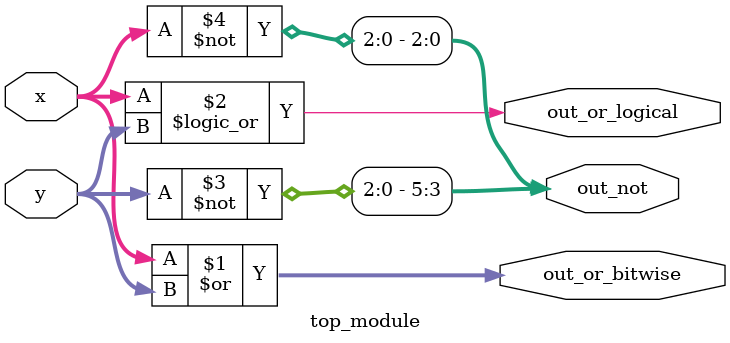
<source format=v>
module top_module( 
    input [2:0] x,
    input [2:0] y,
    output [2:0] out_or_bitwise,
    output out_or_logical,
    output [5:0] out_not
);
    
    assign out_or_bitwise = x|y;
    assign out_or_logical = x||y;
    assign out_not[5:3]   = ~y; 
    assign out_not[2:0]   = ~x;

endmodule

</source>
